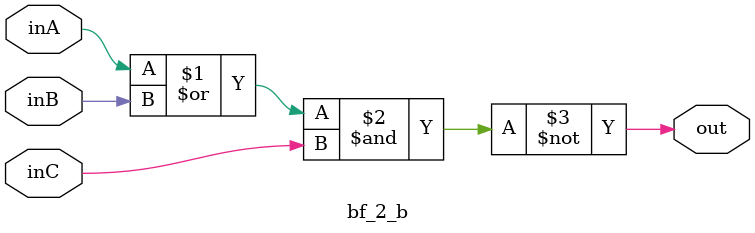
<source format=v>
`timescale 1ns / 1ps

module bf_2_b(inA, inB, inC, out);

input inA, inB, inC;
output out;

assign out = ~((inA | inB) & inC);

endmodule


</source>
